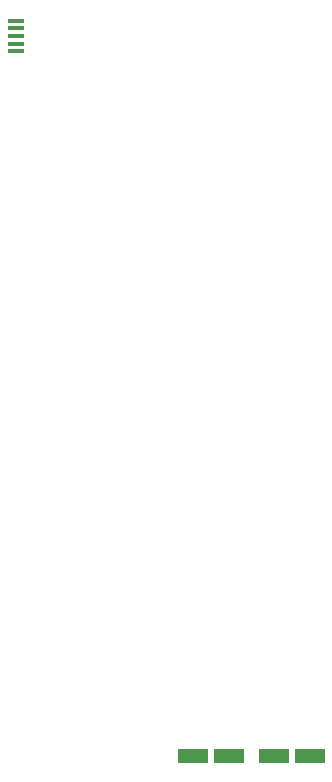
<source format=gtp>
G04 EAGLE Gerber RS-274X export*
G75*
%MOMM*%
%FSLAX34Y34*%
%LPD*%
%INTop Paste*%
%IPPOS*%
%AMOC8*
5,1,8,0,0,1.08239X$1,22.5*%
G01*
%ADD10R,1.350000X0.400000*%
%ADD11R,2.540000X1.270000*%


D10*
X48590Y654350D03*
X48590Y647850D03*
X48590Y641350D03*
X48590Y634850D03*
X48590Y628350D03*
D11*
X297180Y31750D03*
X266700Y31750D03*
X228600Y31750D03*
X198120Y31750D03*
M02*

</source>
